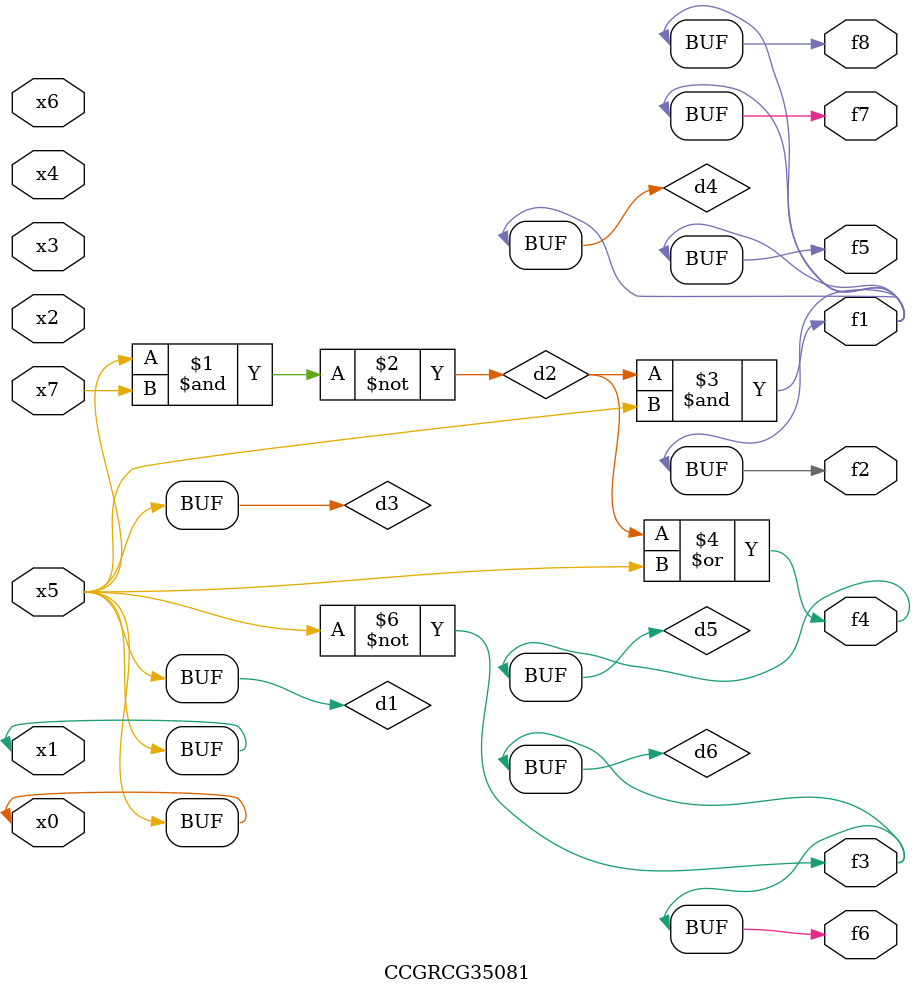
<source format=v>
module CCGRCG35081(
	input x0, x1, x2, x3, x4, x5, x6, x7,
	output f1, f2, f3, f4, f5, f6, f7, f8
);

	wire d1, d2, d3, d4, d5, d6;

	buf (d1, x0, x5);
	nand (d2, x5, x7);
	buf (d3, x0, x1);
	and (d4, d2, d3);
	or (d5, d2, d3);
	nor (d6, d1, d3);
	assign f1 = d4;
	assign f2 = d4;
	assign f3 = d6;
	assign f4 = d5;
	assign f5 = d4;
	assign f6 = d6;
	assign f7 = d4;
	assign f8 = d4;
endmodule

</source>
